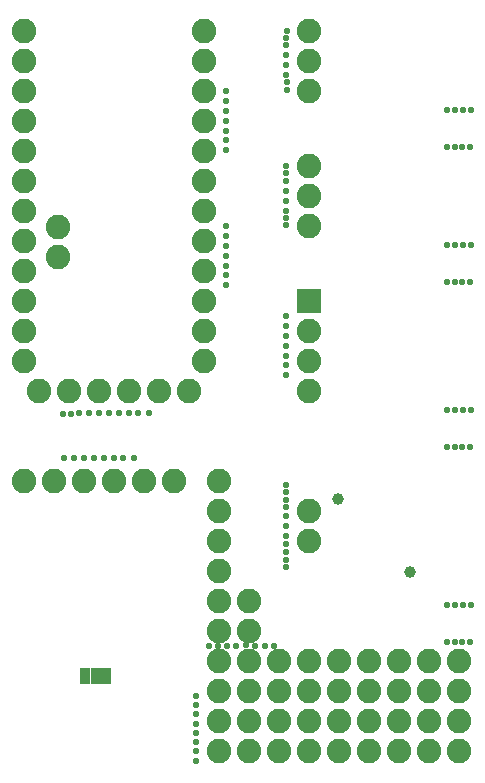
<source format=gbs>
G75*
G70*
%OFA0B0*%
%FSLAX24Y24*%
%IPPOS*%
%LPD*%
%AMOC8*
5,1,8,0,0,1.08239X$1,22.5*
%
%ADD10C,0.0230*%
%ADD11C,0.0820*%
%ADD12R,0.0330X0.0580*%
%ADD13C,0.0395*%
%ADD14R,0.0820X0.0820*%
D10*
X006560Y000623D03*
X006560Y000943D03*
X006560Y001243D03*
X006560Y001543D03*
X006550Y001853D03*
X006560Y002173D03*
X006560Y002493D03*
X006560Y002793D03*
X006970Y004463D03*
X007290Y004463D03*
X007590Y004463D03*
X007890Y004463D03*
X008200Y004473D03*
X008520Y004463D03*
X008840Y004463D03*
X009140Y004463D03*
X009560Y007073D03*
X009560Y007323D03*
X009560Y007573D03*
X009560Y007853D03*
X009560Y008133D03*
X009560Y008463D03*
X009560Y008793D03*
X009560Y009073D03*
X009560Y009323D03*
X009560Y009573D03*
X009560Y009823D03*
X009560Y013473D03*
X009560Y013803D03*
X009560Y014133D03*
X009560Y014463D03*
X009560Y014793D03*
X009560Y015123D03*
X009560Y015453D03*
X007560Y016473D03*
X007560Y016803D03*
X007560Y017133D03*
X007560Y017463D03*
X007560Y017793D03*
X007560Y018123D03*
X007560Y018453D03*
X007560Y020973D03*
X007560Y021303D03*
X007560Y021633D03*
X007560Y021963D03*
X007560Y022293D03*
X007560Y022623D03*
X007560Y022953D03*
X009560Y023473D03*
X009570Y023243D03*
X009570Y022993D03*
X009560Y023803D03*
X009560Y024143D03*
X009560Y024473D03*
X009560Y024733D03*
X009570Y024953D03*
X009550Y020453D03*
X009550Y020223D03*
X009560Y019963D03*
X009560Y019633D03*
X009560Y019293D03*
X009560Y018963D03*
X009560Y018713D03*
X009560Y018493D03*
X004970Y012213D03*
X004630Y012213D03*
X004300Y012213D03*
X003970Y012213D03*
X003640Y012213D03*
X003310Y012213D03*
X002980Y012213D03*
X002650Y012213D03*
X002380Y012193D03*
X002110Y012193D03*
X002150Y010713D03*
X002480Y010713D03*
X002810Y010713D03*
X003140Y010713D03*
X003470Y010713D03*
X003800Y010713D03*
X004130Y010713D03*
X004470Y010713D03*
X014910Y011093D03*
X015170Y011093D03*
X015430Y011093D03*
X015680Y011093D03*
X015700Y012323D03*
X015450Y012323D03*
X015190Y012323D03*
X014930Y012323D03*
X014910Y016593D03*
X015170Y016593D03*
X015430Y016593D03*
X015680Y016593D03*
X015700Y017823D03*
X015450Y017823D03*
X015190Y017823D03*
X014930Y017823D03*
X014910Y021093D03*
X015170Y021093D03*
X015430Y021093D03*
X015680Y021093D03*
X015700Y022323D03*
X015450Y022323D03*
X015190Y022323D03*
X014930Y022323D03*
X014930Y005823D03*
X015190Y005823D03*
X015450Y005823D03*
X015700Y005823D03*
X015680Y004593D03*
X015430Y004593D03*
X015170Y004593D03*
X014910Y004593D03*
D11*
X015310Y003963D03*
X015310Y002963D03*
X015310Y001963D03*
X015310Y000963D03*
X014310Y000963D03*
X014310Y001963D03*
X014310Y002963D03*
X014310Y003963D03*
X013310Y003963D03*
X013310Y002963D03*
X013310Y001963D03*
X013310Y000963D03*
X012310Y000963D03*
X012310Y001963D03*
X012310Y002963D03*
X012310Y003963D03*
X011310Y003963D03*
X011310Y002963D03*
X011310Y001963D03*
X011310Y000963D03*
X010310Y000963D03*
X010310Y001963D03*
X010310Y002963D03*
X010310Y003963D03*
X009310Y003963D03*
X009310Y002963D03*
X009310Y001963D03*
X009310Y000963D03*
X008310Y000963D03*
X008310Y001963D03*
X008310Y002963D03*
X008310Y003963D03*
X008310Y004963D03*
X008310Y005963D03*
X007310Y005963D03*
X007310Y006963D03*
X007310Y007963D03*
X007310Y008963D03*
X007310Y009963D03*
X005810Y009963D03*
X004810Y009963D03*
X003810Y009963D03*
X002810Y009963D03*
X001810Y009963D03*
X000810Y009963D03*
X001310Y012963D03*
X000810Y013963D03*
X000810Y014963D03*
X000810Y015963D03*
X000810Y016963D03*
X000810Y017963D03*
X000810Y018963D03*
X000810Y019963D03*
X000810Y020963D03*
X000810Y021963D03*
X000810Y022963D03*
X000810Y023963D03*
X000810Y024963D03*
X001960Y018413D03*
X001960Y017413D03*
X002310Y012963D03*
X003310Y012963D03*
X004310Y012963D03*
X005310Y012963D03*
X006310Y012963D03*
X006810Y013963D03*
X006810Y014963D03*
X006810Y015963D03*
X006810Y016963D03*
X006810Y017963D03*
X006810Y018963D03*
X006810Y019963D03*
X006810Y020963D03*
X006810Y021963D03*
X006810Y022963D03*
X006810Y023963D03*
X006810Y024963D03*
X010310Y024963D03*
X010310Y023963D03*
X010310Y022963D03*
X010310Y020463D03*
X010310Y019463D03*
X010310Y018463D03*
X010310Y014963D03*
X010310Y013963D03*
X010310Y012963D03*
X010310Y008963D03*
X010310Y007963D03*
X007310Y004963D03*
X007310Y003963D03*
X007310Y002963D03*
X007310Y001963D03*
X007310Y000963D03*
D12*
X002860Y003463D03*
X003210Y003463D03*
X003560Y003463D03*
D13*
X011275Y009349D03*
X013696Y006927D03*
D14*
X010310Y015963D03*
M02*

</source>
